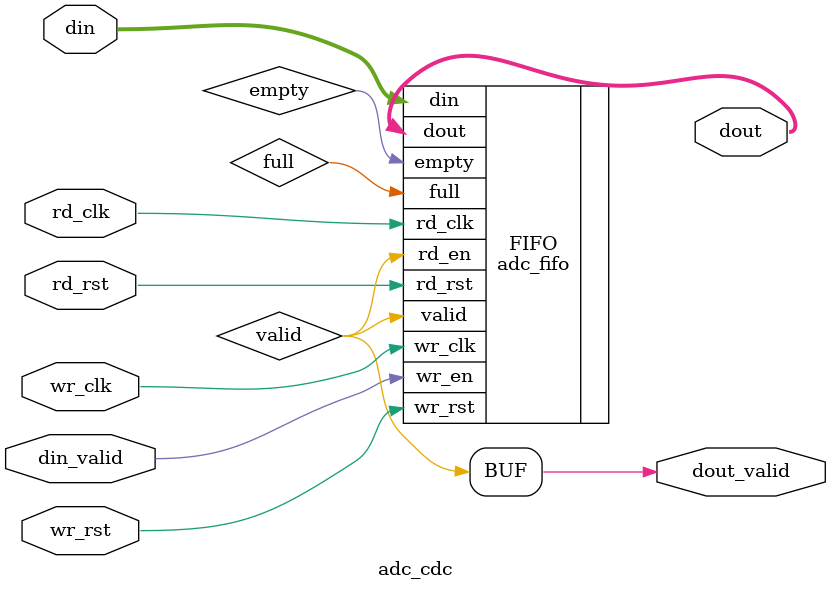
<source format=sv>
`timescale 1ns / 1ps

module adc_cdc(
    input logic wr_clk,
    input logic rd_clk,
    input logic wr_rst,
    input logic rd_rst,

    input logic [15:0] din,
    input logic din_valid,

    output logic [15:0] dout,
    output logic dout_valid
    );

logic valid;

adc_fifo FIFO (
    .wr_clk(wr_clk),  // input wire wr_clk
    .wr_rst(wr_rst),  // input wire wr_rst
    .rd_clk(rd_clk),  // input wire rd_clk
    .rd_rst(rd_rst),  // input wire rd_rst
    .din(din),        // input wire [15 : 0] din
    .wr_en(din_valid),    // input wire wr_en
    .rd_en(valid),    // input wire rd_en
    .dout(dout),      // output wire [15 : 0] dout
    .full(full),      // output wire full
    .empty(empty),    // output wire empty
    .valid(valid)
);

assign dout_valid = valid;

endmodule

</source>
